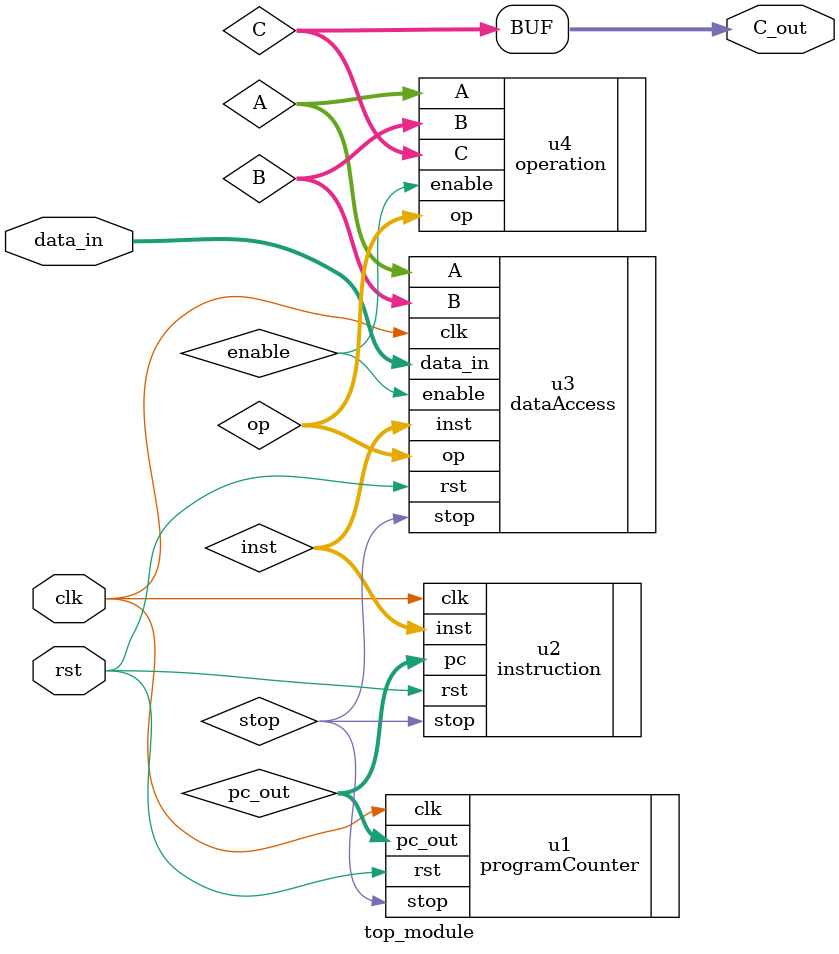
<source format=v>
`timescale 1ns / 1ps
module top_module(
	 input clk,
	 input rst,
	 input wire [127:0] data_in,
	 output reg[63:0] C_out
    );
	 wire [7:0] pc_out;
	 wire [15:0] inst;
	 wire [63:0] A,B,C;
	 wire [1:0] op;
	 wire enable,stop;
	 programCounter u1(.clk(clk),.rst(rst),.pc_out(pc_out),.stop(stop));
	 instruction u2(.clk(clk),.rst(rst),.pc(pc_out),.inst(inst),.stop(stop));
	 dataAccess u3(.clk(clk),.rst(rst),.inst(inst),.data_in(data_in),.A(A),.B(B),.op(op),.enable(enable),.stop(stop));
	 operation u4(.A(A),.B(B),.op(op),.enable(enable),.C(C));
	 always @(*) begin
		C_out<=C;
	end
endmodule

</source>
